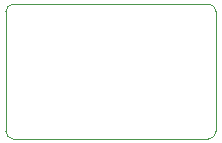
<source format=gbr>
G04 (created by PCBNEW (2013-07-07 BZR 4022)-stable) date 10/22/2013 11:34:47 AM*
%MOIN*%
G04 Gerber Fmt 3.4, Leading zero omitted, Abs format*
%FSLAX34Y34*%
G01*
G70*
G90*
G04 APERTURE LIST*
%ADD10C,0.00590551*%
%ADD11C,0.00393701*%
G04 APERTURE END LIST*
G54D10*
G54D11*
X16000Y-13000D02*
G75*
G03X16250Y-13250I250J0D01*
G74*
G01*
X16250Y-8750D02*
G75*
G03X16000Y-9000I0J-250D01*
G74*
G01*
X23000Y-9000D02*
G75*
G03X22750Y-8750I-250J0D01*
G74*
G01*
X22750Y-13250D02*
G75*
G03X23000Y-13000I0J250D01*
G74*
G01*
X16250Y-13250D02*
X22750Y-13250D01*
X22750Y-8750D02*
X16250Y-8750D01*
X23000Y-13000D02*
X23000Y-9000D01*
X23000Y-11000D02*
X23000Y-13000D01*
X16000Y-13000D02*
X16000Y-9000D01*
X16000Y-9250D02*
X16000Y-13000D01*
X16000Y-11000D02*
X16000Y-9250D01*
M02*

</source>
